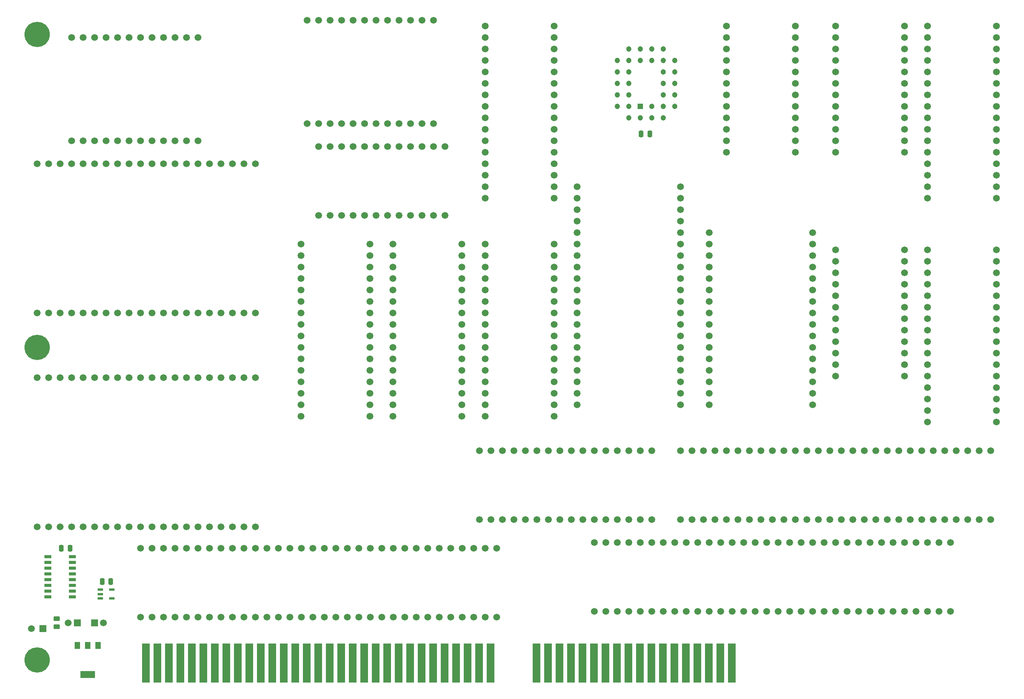
<source format=gts>
%TF.GenerationSoftware,KiCad,Pcbnew,8.0.4*%
%TF.CreationDate,2024-08-13T10:03:18+02:00*%
%TF.ProjectId,SD Card Board,53442043-6172-4642-9042-6f6172642e6b,rev?*%
%TF.SameCoordinates,PX26c1e00PY962f440*%
%TF.FileFunction,Soldermask,Top*%
%TF.FilePolarity,Negative*%
%FSLAX46Y46*%
G04 Gerber Fmt 4.6, Leading zero omitted, Abs format (unit mm)*
G04 Created by KiCad (PCBNEW 8.0.4) date 2024-08-13 10:03:18*
%MOMM*%
%LPD*%
G01*
G04 APERTURE LIST*
G04 Aperture macros list*
%AMRoundRect*
0 Rectangle with rounded corners*
0 $1 Rounding radius*
0 $2 $3 $4 $5 $6 $7 $8 $9 X,Y pos of 4 corners*
0 Add a 4 corners polygon primitive as box body*
4,1,4,$2,$3,$4,$5,$6,$7,$8,$9,$2,$3,0*
0 Add four circle primitives for the rounded corners*
1,1,$1+$1,$2,$3*
1,1,$1+$1,$4,$5*
1,1,$1+$1,$6,$7*
1,1,$1+$1,$8,$9*
0 Add four rect primitives between the rounded corners*
20,1,$1+$1,$2,$3,$4,$5,0*
20,1,$1+$1,$4,$5,$6,$7,0*
20,1,$1+$1,$6,$7,$8,$9,0*
20,1,$1+$1,$8,$9,$2,$3,0*%
G04 Aperture macros list end*
%ADD10C,1.500000*%
%ADD11RoundRect,0.250000X-0.250000X-0.475000X0.250000X-0.475000X0.250000X0.475000X-0.250000X0.475000X0*%
%ADD12R,1.500000X1.500000*%
%ADD13C,5.600000*%
%ADD14RoundRect,0.250000X0.250000X0.475000X-0.250000X0.475000X-0.250000X-0.475000X0.250000X-0.475000X0*%
%ADD15R,1.250000X0.600000*%
%ADD16R,1.550000X0.650000*%
%ADD17R,3.300000X1.500000*%
%ADD18R,1.200000X1.500000*%
%ADD19C,1.200000*%
%ADD20R,1.200000X1.200000*%
%ADD21R,1.780000X8.620000*%
%ADD22RoundRect,0.250000X0.450000X-0.262500X0.450000X0.262500X-0.450000X0.262500X-0.450000X-0.262500X0*%
G04 APERTURE END LIST*
D10*
%TO.C,B16*%
X22860000Y24765000D03*
X25400000Y24765000D03*
X27940000Y24765000D03*
X30480000Y24765000D03*
X33020000Y24765000D03*
X35560000Y24765000D03*
X38100000Y24765000D03*
X40640000Y24765000D03*
X43180000Y24765000D03*
X45720000Y24765000D03*
X48260000Y24765000D03*
X50800000Y24765000D03*
X53340000Y24765000D03*
X55880000Y24765000D03*
X58420000Y24765000D03*
X60960000Y24765000D03*
X63500000Y24765000D03*
X66040000Y24765000D03*
X68580000Y24765000D03*
X71120000Y24765000D03*
X73660000Y24765000D03*
X76200000Y24765000D03*
X78740000Y24765000D03*
X81280000Y24765000D03*
X83820000Y24765000D03*
X86360000Y24765000D03*
X88900000Y24765000D03*
X91440000Y24765000D03*
X93980000Y24765000D03*
X96520000Y24765000D03*
X99060000Y24765000D03*
X101600000Y24765000D03*
X101600000Y9525000D03*
X99060000Y9525000D03*
X96520001Y9525000D03*
X93980000Y9525000D03*
X91440000Y9525000D03*
X88900000Y9525000D03*
X86360001Y9525000D03*
X83819999Y9525000D03*
X81280000Y9525000D03*
X78740000Y9525000D03*
X76200000Y9525000D03*
X73659999Y9525000D03*
X71120000Y9525000D03*
X68580000Y9525000D03*
X66040000Y9525000D03*
X63500001Y9525000D03*
X60959999Y9525000D03*
X58420000Y9525000D03*
X55880000Y9525000D03*
X53340000Y9525000D03*
X50799999Y9525000D03*
X48260000Y9525000D03*
X45720000Y9525000D03*
X43180000Y9525000D03*
X40640001Y9525000D03*
X38100000Y9525000D03*
X35560000Y9525000D03*
X33020000Y9525000D03*
X30480000Y9525000D03*
X27939999Y9525000D03*
X25400000Y9525000D03*
X22860000Y9525000D03*
%TD*%
%TO.C,B17*%
X59690000Y141605000D03*
X62230000Y141605000D03*
X64769999Y141605000D03*
X67310000Y141605000D03*
X69850000Y141605000D03*
X72390000Y141605000D03*
X74930000Y141605000D03*
X77470001Y141605000D03*
X80010000Y141605000D03*
X82550000Y141605000D03*
X85090000Y141605000D03*
X87629999Y141605000D03*
X87629999Y118745000D03*
X85090000Y118745000D03*
X82550000Y118745000D03*
X80010000Y118745000D03*
X77470001Y118745000D03*
X74930000Y118745000D03*
X72390000Y118745000D03*
X69850000Y118745000D03*
X67310000Y118745000D03*
X64769999Y118745000D03*
X62230000Y118745000D03*
X59690000Y118745000D03*
%TD*%
D11*
%TO.C,C5*%
X135459000Y116459000D03*
X133559000Y116459000D03*
%TD*%
D10*
%TO.C,B4*%
X62230000Y113665000D03*
X64770000Y113665000D03*
X67310000Y113665000D03*
X69850000Y113665000D03*
X72390000Y113665000D03*
X74930000Y113665000D03*
X77470000Y113665000D03*
X80010000Y113665000D03*
X82550000Y113665000D03*
X85090000Y113665000D03*
X87630000Y113665000D03*
X90170000Y113665000D03*
X90169999Y98425000D03*
X87630000Y98425000D03*
X85090000Y98425000D03*
X82550000Y98425000D03*
X80010001Y98425000D03*
X77470000Y98425000D03*
X74930000Y98425000D03*
X72390000Y98425000D03*
X69850000Y98425000D03*
X67309999Y98425000D03*
X64770000Y98425000D03*
X62230000Y98425000D03*
%TD*%
%TO.C,B5*%
X142240000Y104775000D03*
X142240000Y102235000D03*
X142240000Y99695000D03*
X142240000Y97155000D03*
X142240000Y94615000D03*
X142240000Y92075000D03*
X142240000Y89535000D03*
X142240000Y86995000D03*
X142240000Y84455000D03*
X142240000Y81915000D03*
X142240000Y79375000D03*
X142240000Y76835000D03*
X142240000Y74295000D03*
X142240000Y71755000D03*
X142240000Y69215000D03*
X142240000Y66675000D03*
X142240000Y64135000D03*
X142240000Y61595000D03*
X142240000Y59055000D03*
X142240000Y56515000D03*
X119380000Y56515000D03*
X119380000Y59055000D03*
X119380000Y61595000D03*
X119380000Y64135000D03*
X119380000Y66675000D03*
X119380000Y69215000D03*
X119380000Y71755000D03*
X119380000Y74295000D03*
X119380000Y76835000D03*
X119380000Y79375000D03*
X119380000Y81915000D03*
X119380000Y84455000D03*
X119380000Y86995000D03*
X119380000Y89535000D03*
X119380000Y92075000D03*
X119380000Y94615000D03*
X119380000Y97155000D03*
X119380000Y99695000D03*
X119380000Y102235000D03*
X119380000Y104775000D03*
%TD*%
%TO.C,B1*%
X212090000Y90805000D03*
X212090000Y88265000D03*
X212090000Y85725000D03*
X212090000Y83185000D03*
X212090000Y80645000D03*
X212090000Y78105000D03*
X212090000Y75565000D03*
X212090000Y73025000D03*
X212090000Y70485000D03*
X212090000Y67945000D03*
X212090000Y65405000D03*
X212090000Y62865000D03*
X212090000Y60325000D03*
X212090000Y57785000D03*
X212090000Y55245000D03*
X212090000Y52705000D03*
X196850000Y52705000D03*
X196850000Y55245000D03*
X196850000Y57785000D03*
X196850000Y60325000D03*
X196850000Y62865000D03*
X196850000Y65405000D03*
X196850000Y67945000D03*
X196850000Y70485000D03*
X196850000Y73025000D03*
X196850000Y75565000D03*
X196850000Y78105000D03*
X196850000Y80645000D03*
X196850000Y83185000D03*
X196850000Y85725000D03*
X196850000Y88265000D03*
X196850000Y90805000D03*
%TD*%
%TO.C,C4*%
X6890000Y8255000D03*
D12*
X8890000Y8255000D03*
%TD*%
D13*
%TO.C,H10*%
X0Y0D03*
%TD*%
D10*
%TO.C,B20*%
X0Y109855000D03*
X2540000Y109855000D03*
X5080000Y109855000D03*
X7620000Y109855000D03*
X10160000Y109855000D03*
X12700000Y109855000D03*
X15240000Y109855000D03*
X17780000Y109855000D03*
X20320000Y109855000D03*
X22860000Y109855000D03*
X25400000Y109855000D03*
X27940000Y109855000D03*
X30480000Y109855000D03*
X33020000Y109855000D03*
X35560000Y109855000D03*
X38100000Y109855000D03*
X40640000Y109855000D03*
X43180000Y109855000D03*
X45720000Y109855000D03*
X48260000Y109855000D03*
X48260000Y76835000D03*
X45720000Y76835000D03*
X43180000Y76835000D03*
X40640000Y76835000D03*
X38100000Y76835000D03*
X35560000Y76835000D03*
X33020000Y76835000D03*
X30480000Y76835000D03*
X27940000Y76835000D03*
X25400000Y76835000D03*
X22860000Y76835000D03*
X20320000Y76835000D03*
X17780000Y76835000D03*
X15240000Y76835000D03*
X12700000Y76835000D03*
X10160000Y76835000D03*
X7620000Y76835000D03*
X5080000Y76835000D03*
X2540000Y76835000D03*
X0Y76835000D03*
%TD*%
%TO.C,B7*%
X114300000Y140335000D03*
X114300000Y137795000D03*
X114300000Y135255000D03*
X114300000Y132715000D03*
X114300000Y130175000D03*
X114300000Y127635000D03*
X114300000Y125095000D03*
X114300000Y122555000D03*
X114300000Y120015000D03*
X114300000Y117475000D03*
X114300000Y114935000D03*
X114300000Y112395000D03*
X114300000Y109855000D03*
X114300000Y107315000D03*
X114300000Y104775000D03*
X114300000Y102235000D03*
X99060000Y102235001D03*
X99060000Y104775000D03*
X99060000Y107315000D03*
X99060000Y109855000D03*
X99060000Y112395001D03*
X99060000Y114935000D03*
X99060000Y117475000D03*
X99060000Y120015000D03*
X99060000Y122554999D03*
X99060000Y125095000D03*
X99060000Y127635000D03*
X99060000Y130175000D03*
X99060000Y132715000D03*
X99060000Y135255001D03*
X99060000Y137795000D03*
X99060000Y140335000D03*
%TD*%
D14*
%TO.C,C6*%
X14401000Y17399000D03*
X16301000Y17399000D03*
%TD*%
D10*
%TO.C,B9*%
X73592000Y92075000D03*
X73592000Y89535000D03*
X73592000Y86995000D03*
X73592000Y84455000D03*
X73592000Y81915000D03*
X73592000Y79375000D03*
X73592000Y76835000D03*
X73592000Y74295000D03*
X73592000Y71755000D03*
X73592000Y69215000D03*
X73592000Y66675000D03*
X73592000Y64135000D03*
X73592000Y61595000D03*
X73592000Y59055000D03*
X73592000Y56515000D03*
X73592000Y53975000D03*
X58352000Y53975000D03*
X58352000Y56515000D03*
X58352000Y59055000D03*
X58352000Y61595000D03*
X58352000Y64135000D03*
X58352000Y66675000D03*
X58352000Y69215000D03*
X58352000Y71755000D03*
X58352000Y74295000D03*
X58352000Y76835000D03*
X58352000Y79375000D03*
X58352000Y81915000D03*
X58352000Y84455000D03*
X58352000Y86995000D03*
X58352000Y89535000D03*
X58352000Y92075000D03*
%TD*%
%TO.C,C3*%
X14700000Y8255000D03*
D12*
X12700000Y8255000D03*
%TD*%
D15*
%TO.C,IC2*%
X16490000Y15555000D03*
X16490000Y13655000D03*
X13990000Y13655000D03*
X13990000Y14605000D03*
X13990000Y15555000D03*
%TD*%
D10*
%TO.C,B3*%
X201930000Y10795000D03*
X199390000Y10795000D03*
X196850000Y10795000D03*
X194310000Y10795000D03*
X191770000Y10795000D03*
X189230000Y10795000D03*
X186690000Y10795000D03*
X184150000Y10795000D03*
X181610000Y10795000D03*
X179070000Y10795000D03*
X176530000Y10795000D03*
X173990000Y10795000D03*
X171450000Y10795000D03*
X168910000Y10795000D03*
X166370000Y10795000D03*
X163830000Y10795000D03*
X161290000Y10795000D03*
X158750000Y10795000D03*
X156210000Y10795000D03*
X153670000Y10795000D03*
X151130000Y10795000D03*
X148590000Y10795000D03*
X146050000Y10795000D03*
X143510000Y10795000D03*
X140970000Y10795000D03*
X138430000Y10795000D03*
X135890000Y10795000D03*
X133350000Y10795000D03*
X130810000Y10795000D03*
X128270000Y10795000D03*
X125730000Y10795000D03*
X123190000Y10795000D03*
X123190000Y26035000D03*
X125730000Y26035000D03*
X128269999Y26035000D03*
X130810000Y26035000D03*
X133350000Y26035000D03*
X135890000Y26035000D03*
X138429999Y26035000D03*
X140970001Y26035000D03*
X143510000Y26035000D03*
X146050000Y26035000D03*
X148590000Y26035000D03*
X151130001Y26035000D03*
X153670000Y26035000D03*
X156210000Y26035000D03*
X158750000Y26035000D03*
X161289999Y26035000D03*
X163830001Y26035000D03*
X166370000Y26035000D03*
X168910000Y26035000D03*
X171450000Y26035000D03*
X173990001Y26035000D03*
X176530000Y26035000D03*
X179070000Y26035000D03*
X181610000Y26035000D03*
X184149999Y26035000D03*
X186690000Y26035000D03*
X189230000Y26035000D03*
X191770000Y26035000D03*
X194310000Y26035000D03*
X196850001Y26035000D03*
X199390000Y26035000D03*
X201930000Y26035000D03*
%TD*%
D16*
%TO.C,IC8*%
X7805000Y22860000D03*
X7805000Y21590000D03*
X7805000Y20320000D03*
X7805000Y19050000D03*
X7805000Y17780000D03*
X7805000Y16510000D03*
X7805000Y15240000D03*
X7805000Y13970000D03*
X2355000Y13970000D03*
X2355000Y15240000D03*
X2355000Y16510000D03*
X2355000Y17780000D03*
X2355000Y19050000D03*
X2355000Y20320000D03*
X2355000Y21590000D03*
X2355000Y22860000D03*
%TD*%
D10*
%TO.C,B2*%
X191770000Y90805000D03*
X191770000Y88265000D03*
X191770000Y85725000D03*
X191770000Y83185000D03*
X191770000Y80645000D03*
X191770000Y78105000D03*
X191770000Y75565000D03*
X191770000Y73025000D03*
X191770000Y70485000D03*
X191770000Y67945000D03*
X191770000Y65405000D03*
X191770000Y62865000D03*
X176530000Y62865000D03*
X176530000Y65405000D03*
X176530000Y67945000D03*
X176530000Y70485000D03*
X176530000Y73025000D03*
X176530000Y75565000D03*
X176530000Y78105000D03*
X176530000Y80645000D03*
X176530000Y83185000D03*
X176530000Y85725000D03*
X176530000Y88265000D03*
X176530000Y90805000D03*
%TD*%
D17*
%TO.C,IC3*%
X11190000Y-3200000D03*
D18*
X8890000Y3200000D03*
X11190000Y3200000D03*
X13490000Y3200000D03*
%TD*%
D10*
%TO.C,B10*%
X167640000Y140335000D03*
X167640000Y137795000D03*
X167640000Y135255000D03*
X167640000Y132715000D03*
X167640000Y130175000D03*
X167640000Y127635000D03*
X167640000Y125095000D03*
X167640000Y122555000D03*
X167640000Y120015000D03*
X167640000Y117475000D03*
X167640000Y114935000D03*
X167640000Y112395000D03*
X152400000Y112395000D03*
X152400000Y114935000D03*
X152400000Y117475000D03*
X152400000Y120015000D03*
X152400000Y122555000D03*
X152400000Y125095000D03*
X152400000Y127635000D03*
X152400000Y130175000D03*
X152400000Y132715000D03*
X152400000Y135255000D03*
X152400000Y137795000D03*
X152400000Y140335000D03*
%TD*%
%TO.C,B18*%
X7620000Y137795000D03*
X10160000Y137795000D03*
X12699999Y137795000D03*
X15240000Y137795000D03*
X17780000Y137795000D03*
X20320000Y137795000D03*
X22860000Y137795000D03*
X25400001Y137795000D03*
X27940000Y137795000D03*
X30480000Y137795000D03*
X33020000Y137795000D03*
X35559999Y137795000D03*
X35559999Y114935000D03*
X33020000Y114935000D03*
X30480000Y114935000D03*
X27940000Y114935000D03*
X25400001Y114935000D03*
X22860000Y114935000D03*
X20320000Y114935000D03*
X17780000Y114935000D03*
X15240000Y114935000D03*
X12699999Y114935000D03*
X10160000Y114935000D03*
X7620000Y114935000D03*
%TD*%
%TO.C,B6*%
X135890000Y31115000D03*
X133350000Y31115000D03*
X130810000Y31115000D03*
X128270000Y31115000D03*
X125730000Y31115000D03*
X123190000Y31115000D03*
X120650000Y31115000D03*
X118110000Y31115000D03*
X115570000Y31115000D03*
X113030000Y31115000D03*
X110490000Y31115000D03*
X107950000Y31115000D03*
X105410000Y31115000D03*
X102870000Y31115000D03*
X100330000Y31115000D03*
X97790000Y31115000D03*
X97790001Y46355000D03*
X100330000Y46355000D03*
X102870000Y46355000D03*
X105410000Y46355000D03*
X107950001Y46355000D03*
X110490000Y46355000D03*
X113030000Y46355000D03*
X115570000Y46355000D03*
X118109999Y46355000D03*
X120650000Y46355000D03*
X123190000Y46355000D03*
X125730000Y46355000D03*
X128270000Y46355000D03*
X130810001Y46355000D03*
X133350000Y46355000D03*
X135890000Y46355000D03*
%TD*%
%TO.C,B13*%
X171450000Y94615000D03*
X171450000Y92075000D03*
X171450000Y89535000D03*
X171450000Y86995000D03*
X171450000Y84455000D03*
X171450000Y81915000D03*
X171450000Y79375000D03*
X171450000Y76835000D03*
X171450000Y74295000D03*
X171450000Y71755000D03*
X171450000Y69215000D03*
X171450000Y66675000D03*
X171450000Y64135000D03*
X171450000Y61595000D03*
X171450000Y59055000D03*
X171450000Y56515000D03*
X148590000Y56515000D03*
X148590000Y59055000D03*
X148590000Y61595000D03*
X148590000Y64135000D03*
X148590000Y66675000D03*
X148590000Y69215000D03*
X148590000Y71755000D03*
X148590000Y74295000D03*
X148590000Y76835000D03*
X148590000Y79375000D03*
X148590000Y81915000D03*
X148590000Y84455000D03*
X148590000Y86995000D03*
X148590000Y89535000D03*
X148590000Y92075000D03*
X148590000Y94615000D03*
%TD*%
%TO.C,B8*%
X142240000Y46355000D03*
X144780000Y46355000D03*
X147320000Y46355000D03*
X149860000Y46355000D03*
X152400000Y46355000D03*
X154940000Y46355000D03*
X157480000Y46355000D03*
X160020000Y46355000D03*
X162560000Y46355000D03*
X165100000Y46355000D03*
X167640000Y46355000D03*
X170180000Y46355000D03*
X172720000Y46355000D03*
X175260000Y46355000D03*
X177800000Y46355000D03*
X180340000Y46355000D03*
X182880000Y46355000D03*
X185420000Y46355000D03*
X187960000Y46355000D03*
X190500000Y46355000D03*
X193040000Y46355000D03*
X195580000Y46355000D03*
X198120000Y46355000D03*
X200660000Y46355000D03*
X203200000Y46355000D03*
X205740000Y46355000D03*
X208280000Y46355000D03*
X210820000Y46355000D03*
X210820000Y31115000D03*
X208280000Y31115000D03*
X205740000Y31115000D03*
X203200000Y31115000D03*
X200660000Y31115000D03*
X198120000Y31115000D03*
X195580000Y31115000D03*
X193040000Y31115000D03*
X190500000Y31115000D03*
X187960000Y31115000D03*
X185420000Y31115000D03*
X182880000Y31115000D03*
X180340000Y31115000D03*
X177800000Y31115000D03*
X175260000Y31115000D03*
X172720000Y31115000D03*
X170180000Y31115000D03*
X167640000Y31115000D03*
X165100000Y31115000D03*
X162560000Y31115000D03*
X160020000Y31115000D03*
X157480000Y31115000D03*
X154940000Y31115000D03*
X152400000Y31115000D03*
X149860000Y31115000D03*
X147320000Y31115000D03*
X144780000Y31115000D03*
X142240000Y31115000D03*
%TD*%
D13*
%TO.C,H7*%
X0Y69215000D03*
%TD*%
D19*
%TO.C,IC1*%
X133350000Y120015000D03*
X130810000Y122555000D03*
X130810000Y120015000D03*
X128270000Y122555000D03*
X130810000Y125095000D03*
X128270000Y125095000D03*
X130810000Y127635000D03*
X128270000Y127635000D03*
X130810000Y130175000D03*
X128270000Y130175000D03*
X130810000Y132715000D03*
X128270000Y132715000D03*
X130810000Y135255000D03*
X133350000Y132715000D03*
X133350000Y135255000D03*
X135890000Y132715000D03*
X135890000Y135255000D03*
X138430000Y132715000D03*
X138430000Y135255000D03*
X140970000Y132715000D03*
X138430000Y130175000D03*
X140970000Y130175000D03*
X138430000Y127635000D03*
X140970000Y127635000D03*
X138430000Y125095000D03*
X140970000Y125095000D03*
X138430000Y122555000D03*
X140970000Y122555000D03*
X138430000Y120015000D03*
X135890000Y122555000D03*
X135890000Y120015000D03*
D20*
X133350000Y122555000D03*
%TD*%
D10*
%TO.C,B19*%
X0Y62484000D03*
X2540000Y62484000D03*
X5080000Y62484000D03*
X7620000Y62484000D03*
X10160000Y62484000D03*
X12700000Y62484000D03*
X15240000Y62484000D03*
X17780000Y62484000D03*
X20320000Y62484000D03*
X22860000Y62484000D03*
X25400000Y62484000D03*
X27940000Y62484000D03*
X30480000Y62484000D03*
X33020000Y62484000D03*
X35560000Y62484000D03*
X38100000Y62484000D03*
X40640000Y62484000D03*
X43180000Y62484000D03*
X45720000Y62484000D03*
X48260000Y62484000D03*
X48260000Y29464000D03*
X45720000Y29464000D03*
X43180000Y29464000D03*
X40640000Y29464000D03*
X38100000Y29464000D03*
X35560000Y29464000D03*
X33020000Y29464000D03*
X30480000Y29464000D03*
X27940000Y29464000D03*
X25400000Y29464000D03*
X22860000Y29464000D03*
X20320000Y29464000D03*
X17780000Y29464000D03*
X15240000Y29464000D03*
X12700000Y29464000D03*
X10160000Y29464000D03*
X7620000Y29464000D03*
X5080000Y29464000D03*
X2540000Y29464000D03*
X0Y29464000D03*
%TD*%
%TO.C,B12*%
X114300000Y92075000D03*
X114300000Y89535000D03*
X114300000Y86995000D03*
X114300000Y84455000D03*
X114300000Y81915000D03*
X114300000Y79375000D03*
X114300000Y76835000D03*
X114300000Y74295000D03*
X114300000Y71755000D03*
X114300000Y69215000D03*
X114300000Y66675000D03*
X114300000Y64135000D03*
X114300000Y61595000D03*
X114300000Y59055000D03*
X114300000Y56515000D03*
X114300000Y53975000D03*
X99060000Y53975000D03*
X99060000Y56515000D03*
X99060000Y59055000D03*
X99060000Y61595000D03*
X99060000Y64135000D03*
X99060000Y66675000D03*
X99060000Y69215000D03*
X99060000Y71755000D03*
X99060000Y74295000D03*
X99060000Y76835000D03*
X99060000Y79375000D03*
X99060000Y81915000D03*
X99060000Y84455000D03*
X99060000Y86995000D03*
X99060000Y89535000D03*
X99060000Y92075000D03*
%TD*%
D21*
%TO.C,J1*%
X153619200Y-635000D03*
X151079200Y-635000D03*
X148539200Y-635000D03*
X145999200Y-635000D03*
X143459200Y-635000D03*
X140919200Y-635000D03*
X138379200Y-635000D03*
X135839200Y-635000D03*
X133299200Y-635000D03*
X130759200Y-635000D03*
X128219200Y-635000D03*
X125679200Y-635000D03*
X123139200Y-635000D03*
X120599200Y-635000D03*
X118059200Y-635000D03*
X115519200Y-635000D03*
X112979200Y-635000D03*
X110439200Y-635000D03*
X100279200Y-635000D03*
X97739200Y-635000D03*
X95199200Y-635000D03*
X92659200Y-635000D03*
X90119200Y-635000D03*
X87579200Y-635000D03*
X85039200Y-635000D03*
X82499200Y-635000D03*
X79959200Y-635000D03*
X77419200Y-635000D03*
X74879200Y-635000D03*
X72339200Y-635000D03*
X69799200Y-635000D03*
X67259200Y-635000D03*
X64719200Y-635000D03*
X62179200Y-635000D03*
X59639200Y-635000D03*
X57099200Y-635000D03*
X54559200Y-635000D03*
X52019200Y-635000D03*
X49479200Y-635000D03*
X46939200Y-635000D03*
X44399200Y-635000D03*
X41859200Y-635000D03*
X39319200Y-635000D03*
X36779200Y-635000D03*
X34239200Y-635000D03*
X31699200Y-635000D03*
X29159200Y-635000D03*
X26619200Y-635000D03*
X24079200Y-635000D03*
%TD*%
D10*
%TO.C,B11*%
X93946000Y92075000D03*
X93946000Y89535000D03*
X93946000Y86995000D03*
X93946000Y84455000D03*
X93946000Y81915000D03*
X93946000Y79375000D03*
X93946000Y76835000D03*
X93946000Y74295000D03*
X93946000Y71755000D03*
X93946000Y69215000D03*
X93946000Y66675000D03*
X93946000Y64135000D03*
X93946000Y61595000D03*
X93946000Y59055000D03*
X93946000Y56515000D03*
X93946000Y53975000D03*
X78706000Y53975000D03*
X78706000Y56515000D03*
X78706000Y59055000D03*
X78706000Y61595000D03*
X78706000Y64135000D03*
X78706000Y66675000D03*
X78706000Y69215000D03*
X78706000Y71755000D03*
X78706000Y74295000D03*
X78706000Y76835000D03*
X78706000Y79375000D03*
X78706000Y81915000D03*
X78706000Y84455000D03*
X78706000Y86995000D03*
X78706000Y89535000D03*
X78706000Y92075000D03*
%TD*%
D13*
%TO.C,H1*%
X0Y138430000D03*
%TD*%
D10*
%TO.C,B15*%
X191770000Y140335000D03*
X191770000Y137795000D03*
X191770000Y135255000D03*
X191770000Y132715000D03*
X191770000Y130175000D03*
X191770000Y127635000D03*
X191770000Y125095000D03*
X191770000Y122555000D03*
X191770000Y120015000D03*
X191770000Y117475000D03*
X191770000Y114935000D03*
X191770000Y112395000D03*
X176530000Y112395000D03*
X176530000Y114935000D03*
X176530000Y117475000D03*
X176530000Y120015000D03*
X176530000Y122555000D03*
X176530000Y125095000D03*
X176530000Y127635000D03*
X176530000Y130175000D03*
X176530000Y132715000D03*
X176530000Y135255000D03*
X176530000Y137795000D03*
X176530000Y140335000D03*
%TD*%
D14*
%TO.C,C1*%
X5384000Y24765000D03*
X7284000Y24765000D03*
%TD*%
D22*
%TO.C,R3*%
X4308000Y9167500D03*
X4308000Y7342500D03*
%TD*%
D10*
%TO.C,B14*%
X212090000Y140335000D03*
X212090000Y137795000D03*
X212090000Y135255000D03*
X212090000Y132715000D03*
X212090000Y130175000D03*
X212090000Y127635000D03*
X212090000Y125095000D03*
X212090000Y122555000D03*
X212090000Y120015000D03*
X212090000Y117475000D03*
X212090000Y114935000D03*
X212090000Y112395000D03*
X212090000Y109855000D03*
X212090000Y107315000D03*
X212090000Y104775000D03*
X212090000Y102235000D03*
X196850000Y102235000D03*
X196850000Y104775000D03*
X196850000Y107315000D03*
X196850000Y109855000D03*
X196850000Y112395000D03*
X196850000Y114935000D03*
X196850000Y117475000D03*
X196850000Y120015000D03*
X196850000Y122555000D03*
X196850000Y125095000D03*
X196850000Y127635000D03*
X196850000Y130175000D03*
X196850000Y132715000D03*
X196850000Y135255000D03*
X196850000Y137795000D03*
X196850000Y140335000D03*
%TD*%
%TO.C,LED1*%
X-1270000Y6985000D03*
D12*
X1270000Y6985000D03*
%TD*%
M02*

</source>
